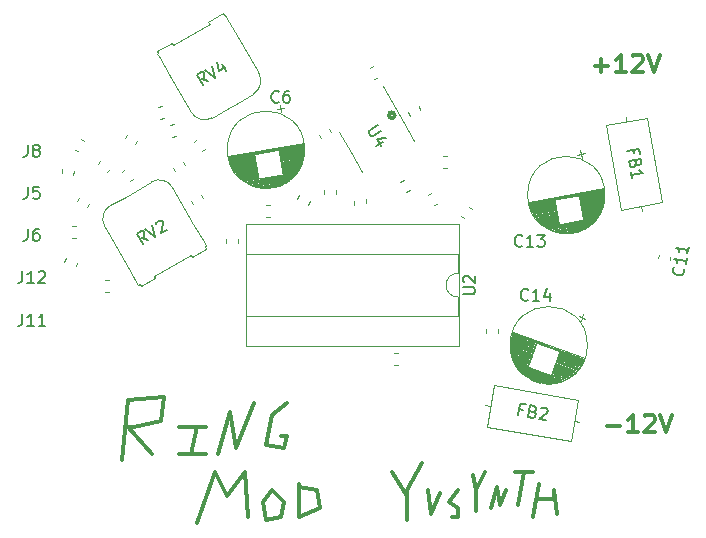
<source format=gbr>
G04 #@! TF.GenerationSoftware,KiCad,Pcbnew,(5.1.2-1)-1*
G04 #@! TF.CreationDate,2021-07-13T12:03:47-04:00*
G04 #@! TF.ProjectId,Ring Modulator - yusynth,52696e67-204d-46f6-9475-6c61746f7220,rev?*
G04 #@! TF.SameCoordinates,Original*
G04 #@! TF.FileFunction,Legend,Top*
G04 #@! TF.FilePolarity,Positive*
%FSLAX46Y46*%
G04 Gerber Fmt 4.6, Leading zero omitted, Abs format (unit mm)*
G04 Created by KiCad (PCBNEW (5.1.2-1)-1) date 2021-07-13 12:03:47*
%MOMM*%
%LPD*%
G04 APERTURE LIST*
%ADD10C,0.320000*%
%ADD11C,0.300000*%
%ADD12C,0.120000*%
%ADD13C,0.150000*%
G04 APERTURE END LIST*
D10*
X47244000Y-22860000D02*
G75*
G03X47244000Y-22860000I-254000J0D01*
G01*
X60706000Y-54610000D02*
X60960000Y-56642000D01*
X60706000Y-55372000D02*
X60706000Y-54610000D01*
X59182000Y-55372000D02*
X60706000Y-55372000D01*
X58928000Y-56896000D02*
X59182000Y-55372000D01*
X59436000Y-54102000D02*
X58928000Y-56896000D01*
X58166000Y-53086000D02*
X57658000Y-55880000D01*
X58928000Y-53086000D02*
X58166000Y-53086000D01*
X57404000Y-53086000D02*
X58928000Y-53086000D01*
X56134000Y-55880000D02*
X56642000Y-54610000D01*
X55880000Y-54356000D02*
X56134000Y-55880000D01*
X55372000Y-56134000D02*
X55880000Y-54356000D01*
X54102000Y-54610000D02*
X54102000Y-56388000D01*
X54102000Y-54610000D02*
X54864000Y-53086000D01*
X53848000Y-53340000D02*
X54102000Y-54610000D01*
X52578000Y-56896000D02*
X52070000Y-56896000D01*
X52578000Y-56134000D02*
X52578000Y-56896000D01*
X51816000Y-55626000D02*
X52578000Y-56134000D01*
X52578000Y-54610000D02*
X51816000Y-55626000D01*
X50292000Y-56642000D02*
X51054000Y-54864000D01*
X50038000Y-54610000D02*
X50292000Y-56642000D01*
X48260000Y-54610000D02*
X49530000Y-52324000D01*
X48260000Y-57150000D02*
X48260000Y-54610000D01*
X48260000Y-55118000D02*
X48260000Y-57150000D01*
X46990000Y-53086000D02*
X48260000Y-55118000D01*
X40640000Y-54610000D02*
X39116000Y-54356000D01*
X40894000Y-56134000D02*
X40640000Y-54610000D01*
X39116000Y-56896000D02*
X40894000Y-56134000D01*
X39116000Y-54102000D02*
X39116000Y-56896000D01*
X37846000Y-55626000D02*
X36830000Y-54610000D01*
X37592000Y-56896000D02*
X37846000Y-55626000D01*
X36322000Y-57150000D02*
X37592000Y-56896000D01*
X36068000Y-55626000D02*
X36322000Y-57150000D01*
X36830000Y-54610000D02*
X36068000Y-55626000D01*
X34544000Y-53086000D02*
X34798000Y-56896000D01*
X33020000Y-55118000D02*
X34544000Y-53086000D01*
X32004000Y-53086000D02*
X33020000Y-55118000D01*
X30480000Y-57404000D02*
X32004000Y-53086000D01*
X38100000Y-50038000D02*
X37592000Y-50038000D01*
X37846000Y-51054000D02*
X38100000Y-50038000D01*
X36322000Y-50800000D02*
X37846000Y-51054000D01*
X36830000Y-48260000D02*
X36322000Y-50800000D01*
X38100000Y-47244000D02*
X36830000Y-48260000D01*
X33782000Y-51054000D02*
X35306000Y-47244000D01*
X33274000Y-48006000D02*
X33782000Y-51054000D01*
X32258000Y-51562000D02*
X33274000Y-48006000D01*
X28956000Y-51562000D02*
X31242000Y-51562000D01*
X29972000Y-51562000D02*
X28956000Y-51562000D01*
X30480000Y-49276000D02*
X29972000Y-51562000D01*
X31242000Y-49276000D02*
X30480000Y-49276000D01*
X28956000Y-49276000D02*
X31242000Y-49276000D01*
X24638000Y-49276000D02*
X26670000Y-51562000D01*
X24892000Y-49276000D02*
X24638000Y-49276000D01*
X25146000Y-49276000D02*
X24892000Y-49276000D01*
X27432000Y-48768000D02*
X25146000Y-49276000D01*
X27686000Y-46736000D02*
X27432000Y-48768000D01*
X24638000Y-46990000D02*
X27686000Y-46736000D01*
X24130000Y-52070000D02*
X24638000Y-46990000D01*
D11*
X64159142Y-18649142D02*
X65302000Y-18649142D01*
X64730571Y-19220571D02*
X64730571Y-18077714D01*
X66802000Y-19220571D02*
X65944857Y-19220571D01*
X66373428Y-19220571D02*
X66373428Y-17720571D01*
X66230571Y-17934857D01*
X66087714Y-18077714D01*
X65944857Y-18149142D01*
X67373428Y-17863428D02*
X67444857Y-17792000D01*
X67587714Y-17720571D01*
X67944857Y-17720571D01*
X68087714Y-17792000D01*
X68159142Y-17863428D01*
X68230571Y-18006285D01*
X68230571Y-18149142D01*
X68159142Y-18363428D01*
X67302000Y-19220571D01*
X68230571Y-19220571D01*
X68659142Y-17720571D02*
X69159142Y-19220571D01*
X69659142Y-17720571D01*
X65175142Y-49129142D02*
X66318000Y-49129142D01*
X67818000Y-49700571D02*
X66960857Y-49700571D01*
X67389428Y-49700571D02*
X67389428Y-48200571D01*
X67246571Y-48414857D01*
X67103714Y-48557714D01*
X66960857Y-48629142D01*
X68389428Y-48343428D02*
X68460857Y-48272000D01*
X68603714Y-48200571D01*
X68960857Y-48200571D01*
X69103714Y-48272000D01*
X69175142Y-48343428D01*
X69246571Y-48486285D01*
X69246571Y-48629142D01*
X69175142Y-48843428D01*
X68318000Y-49700571D01*
X69246571Y-49700571D01*
X69675142Y-48200571D02*
X70175142Y-49700571D01*
X70675142Y-48200571D01*
D12*
X24531717Y-24496029D02*
X24368938Y-24777971D01*
X25415062Y-25006029D02*
X25252283Y-25287971D01*
X47937025Y-23383400D02*
X46212025Y-20395612D01*
X47937025Y-23383400D02*
X48912025Y-25072150D01*
X43502975Y-25943400D02*
X42527975Y-24254650D01*
X43502975Y-25943400D02*
X44477975Y-27632150D01*
X20346917Y-35327468D02*
X20235570Y-35633392D01*
X19388430Y-34978608D02*
X19277083Y-35284532D01*
X19084014Y-27437133D02*
X19027482Y-27757745D01*
X20088518Y-27614255D02*
X20031986Y-27934867D01*
X37904025Y-22256521D02*
X37283596Y-22365920D01*
X37539111Y-22001006D02*
X37648510Y-22621435D01*
X37294547Y-28889365D02*
X36502761Y-29028978D01*
X37515091Y-28809860D02*
X36268325Y-29029699D01*
X37674578Y-28741121D02*
X36094946Y-29019653D01*
X37803535Y-28677765D02*
X35952097Y-29004224D01*
X37913782Y-28617709D02*
X35827959Y-28985496D01*
X38011225Y-28559910D02*
X35716623Y-28964510D01*
X38099806Y-28503674D02*
X35614151Y-28941962D01*
X38179523Y-28449000D02*
X35520542Y-28917850D01*
X38253331Y-28395369D02*
X35432842Y-28892697D01*
X38322216Y-28342606D02*
X35350066Y-28866676D01*
X38386176Y-28290711D02*
X35272214Y-28839786D01*
X38447182Y-28239337D02*
X35197316Y-28812376D01*
X38503263Y-28188831D02*
X35127342Y-28784097D01*
X38557375Y-28138672D02*
X35059338Y-28755471D01*
X38607548Y-28089209D02*
X34995274Y-28726150D01*
X38655752Y-28040092D02*
X34933178Y-28696482D01*
X38701985Y-27991323D02*
X34873053Y-28666467D01*
X38745265Y-27943074D02*
X34815882Y-28635930D01*
X38786574Y-27895173D02*
X34760680Y-28605047D01*
X38826899Y-27847446D02*
X34706464Y-28573990D01*
X38864270Y-27800239D02*
X34655201Y-28542412D01*
X38901640Y-27753033D02*
X34603939Y-28510833D01*
X38936056Y-27706347D02*
X34555631Y-28478734D01*
X38969487Y-27659835D02*
X34508308Y-28446462D01*
X35707752Y-28194350D02*
X34461970Y-28414015D01*
X39001934Y-27613497D02*
X37756152Y-27833162D01*
X35700806Y-28154958D02*
X34417601Y-28381222D01*
X39032410Y-27567506D02*
X37749206Y-27793770D01*
X35693860Y-28115566D02*
X34374217Y-28348254D01*
X39061902Y-27521689D02*
X37742260Y-27754377D01*
X35686914Y-28076173D02*
X34331818Y-28315113D01*
X39090409Y-27476045D02*
X37735314Y-27714985D01*
X35679968Y-28036781D02*
X34291389Y-28281625D01*
X39116947Y-27430749D02*
X37728368Y-27675593D01*
X35673022Y-27997389D02*
X34250960Y-28248137D01*
X39143485Y-27385453D02*
X37721422Y-27636201D01*
X35666076Y-27957996D02*
X34212500Y-28214301D01*
X39168052Y-27340504D02*
X37714476Y-27596808D01*
X35659130Y-27918604D02*
X34174040Y-28180466D01*
X39192620Y-27295554D02*
X37707530Y-27557416D01*
X35652184Y-27879212D02*
X34137550Y-28146283D01*
X39215219Y-27250953D02*
X37700584Y-27518024D01*
X35645238Y-27839819D02*
X34102045Y-28111926D01*
X39236832Y-27206525D02*
X37693638Y-27478631D01*
X35638292Y-27800427D02*
X34066539Y-28077570D01*
X39258446Y-27162096D02*
X37686693Y-27439239D01*
X35631346Y-27761035D02*
X34032019Y-28043040D01*
X39279074Y-27117842D02*
X37679747Y-27399847D01*
X35624401Y-27721643D02*
X33999468Y-28008162D01*
X39297733Y-27073935D02*
X37672801Y-27360454D01*
X35617455Y-27682250D02*
X33966917Y-27973285D01*
X39316393Y-27030028D02*
X37665855Y-27321062D01*
X35610509Y-27642858D02*
X33934366Y-27938407D01*
X39335052Y-26986121D02*
X37658909Y-27281670D01*
X35603563Y-27603466D02*
X33903785Y-27903182D01*
X39351741Y-26942561D02*
X37651963Y-27242277D01*
X35596617Y-27564073D02*
X33873203Y-27867958D01*
X39368431Y-26899001D02*
X37645017Y-27202885D01*
X35589671Y-27524681D02*
X33844592Y-27832386D01*
X39383150Y-26855788D02*
X37638071Y-27163493D01*
X35582725Y-27485289D02*
X33815980Y-27796814D01*
X39397870Y-26812576D02*
X37631125Y-27124100D01*
X35575779Y-27445896D02*
X33787368Y-27761241D01*
X39412590Y-26769363D02*
X37624179Y-27084708D01*
X35568833Y-27406504D02*
X33760726Y-27725322D01*
X39425340Y-26726498D02*
X37617233Y-27045316D01*
X35561887Y-27367112D02*
X33734084Y-27689403D01*
X39438090Y-26683633D02*
X37610287Y-27005924D01*
X35554941Y-27327719D02*
X33707442Y-27653483D01*
X39450841Y-26640767D02*
X37603341Y-26966531D01*
X35547995Y-27288327D02*
X33682769Y-27617217D01*
X39461621Y-26598249D02*
X37596395Y-26927139D01*
X35541049Y-27248935D02*
X33658097Y-27580950D01*
X39472402Y-26555731D02*
X37589450Y-26887747D01*
X35534103Y-27209543D02*
X33633425Y-27544684D01*
X39483183Y-26513213D02*
X37582504Y-26848354D01*
X35527158Y-27170150D02*
X33610722Y-27508070D01*
X39491994Y-26471043D02*
X37575558Y-26808962D01*
X35520212Y-27130758D02*
X33588019Y-27471456D01*
X39500805Y-26428872D02*
X37568612Y-26769570D01*
X35513266Y-27091366D02*
X33565316Y-27434842D01*
X39509616Y-26386701D02*
X37561666Y-26730177D01*
X35506320Y-27051973D02*
X33543598Y-27398054D01*
X39517442Y-26344704D02*
X37554720Y-26690785D01*
X35499374Y-27012581D02*
X33522865Y-27361093D01*
X39524283Y-26302881D02*
X37547774Y-26651393D01*
X35492428Y-26973189D02*
X33502131Y-27324132D01*
X39531125Y-26261057D02*
X37540828Y-26612000D01*
X35485482Y-26933796D02*
X33482383Y-27286997D01*
X39536981Y-26219408D02*
X37533882Y-26572608D01*
X35478536Y-26894404D02*
X33463619Y-27249688D01*
X39541853Y-26177932D02*
X37526936Y-26533216D01*
X35471590Y-26855012D02*
X33444856Y-27212380D01*
X39546725Y-26136456D02*
X37519990Y-26493824D01*
X35464644Y-26815619D02*
X33426092Y-27175071D01*
X39551596Y-26094979D02*
X37513044Y-26454431D01*
X35457698Y-26776227D02*
X33408313Y-27137589D01*
X39555483Y-26053677D02*
X37506098Y-26415039D01*
X35450752Y-26736835D02*
X33391519Y-27099933D01*
X39558385Y-26012548D02*
X37499152Y-26375647D01*
X35443806Y-26697442D02*
X33374725Y-27062277D01*
X39561288Y-25971419D02*
X37492207Y-26336254D01*
X35436860Y-26658050D02*
X33358916Y-27024448D01*
X39563205Y-25930464D02*
X37485261Y-26296862D01*
X35429741Y-26617673D02*
X33342933Y-26985634D01*
X39564949Y-25888524D02*
X37478141Y-26256485D01*
X35422795Y-26578281D02*
X33328109Y-26947630D01*
X39565881Y-25847743D02*
X37471195Y-26217093D01*
X35415849Y-26538888D02*
X33313285Y-26909627D01*
X39566814Y-25806961D02*
X37464249Y-26177700D01*
X35408903Y-26499496D02*
X33299445Y-26871451D01*
X39566761Y-25766354D02*
X37457303Y-26138308D01*
X35401957Y-26460104D02*
X33285605Y-26833274D01*
X39566709Y-25725746D02*
X37450357Y-26098916D01*
X35395011Y-26420712D02*
X33272751Y-26794923D01*
X39565672Y-25685311D02*
X37443411Y-26059523D01*
X35388065Y-26381319D02*
X33259896Y-26756573D01*
X39564635Y-25644877D02*
X37436465Y-26020131D01*
X35381119Y-26341927D02*
X33248026Y-26718049D01*
X39562613Y-25604617D02*
X37429520Y-25980739D01*
X35374174Y-26302535D02*
X33236156Y-26679525D01*
X39560591Y-25564356D02*
X37422574Y-25941346D01*
X35367228Y-26263142D02*
X33225271Y-26640827D01*
X39557585Y-25524269D02*
X37415628Y-25901954D01*
X35360282Y-26223750D02*
X33215370Y-26601956D01*
X39553593Y-25484356D02*
X37408682Y-25862562D01*
X35353336Y-26184358D02*
X33204485Y-26563258D01*
X39550586Y-25444269D02*
X37401736Y-25823169D01*
X39545610Y-25404530D02*
X33195570Y-26524213D01*
X39541619Y-25364616D02*
X33185669Y-26485342D01*
X39535657Y-25325050D02*
X33177739Y-26446123D01*
X39530681Y-25285311D02*
X33168823Y-26407078D01*
X39523735Y-25245918D02*
X33161877Y-26367686D01*
X39516789Y-25206526D02*
X33154931Y-26328293D01*
X39605860Y-25767410D02*
G75*
G03X39605860Y-25767410I-3270000J0D01*
G01*
X53111474Y-31584915D02*
X52862082Y-31375650D01*
X53767118Y-30803550D02*
X53517726Y-30594285D01*
X63329425Y-26091921D02*
X62708996Y-26201320D01*
X62964511Y-25836406D02*
X63073910Y-26456835D01*
X62719947Y-32724765D02*
X61928161Y-32864378D01*
X62940491Y-32645260D02*
X61693725Y-32865099D01*
X63099978Y-32576521D02*
X61520346Y-32855053D01*
X63228935Y-32513165D02*
X61377497Y-32839624D01*
X63339182Y-32453109D02*
X61253359Y-32820896D01*
X63436625Y-32395310D02*
X61142023Y-32799910D01*
X63525206Y-32339074D02*
X61039551Y-32777362D01*
X63604923Y-32284400D02*
X60945942Y-32753250D01*
X63678731Y-32230769D02*
X60858242Y-32728097D01*
X63747616Y-32178006D02*
X60775466Y-32702076D01*
X63811576Y-32126111D02*
X60697614Y-32675186D01*
X63872582Y-32074737D02*
X60622716Y-32647776D01*
X63928663Y-32024231D02*
X60552742Y-32619497D01*
X63982775Y-31974072D02*
X60484738Y-32590871D01*
X64032948Y-31924609D02*
X60420674Y-32561550D01*
X64081152Y-31875492D02*
X60358578Y-32531882D01*
X64127385Y-31826723D02*
X60298453Y-32501867D01*
X64170665Y-31778474D02*
X60241282Y-32471330D01*
X64211974Y-31730573D02*
X60186080Y-32440447D01*
X64252299Y-31682846D02*
X60131864Y-32409390D01*
X64289670Y-31635639D02*
X60080601Y-32377812D01*
X64327040Y-31588433D02*
X60029339Y-32346233D01*
X64361456Y-31541747D02*
X59981031Y-32314134D01*
X64394887Y-31495235D02*
X59933708Y-32281862D01*
X61133152Y-32029750D02*
X59887370Y-32249415D01*
X64427334Y-31448897D02*
X63181552Y-31668562D01*
X61126206Y-31990358D02*
X59843001Y-32216622D01*
X64457810Y-31402906D02*
X63174606Y-31629170D01*
X61119260Y-31950966D02*
X59799617Y-32183654D01*
X64487302Y-31357089D02*
X63167660Y-31589777D01*
X61112314Y-31911573D02*
X59757218Y-32150513D01*
X64515809Y-31311445D02*
X63160714Y-31550385D01*
X61105368Y-31872181D02*
X59716789Y-32117025D01*
X64542347Y-31266149D02*
X63153768Y-31510993D01*
X61098422Y-31832789D02*
X59676360Y-32083537D01*
X64568885Y-31220853D02*
X63146822Y-31471601D01*
X61091476Y-31793396D02*
X59637900Y-32049701D01*
X64593452Y-31175904D02*
X63139876Y-31432208D01*
X61084530Y-31754004D02*
X59599440Y-32015866D01*
X64618020Y-31130954D02*
X63132930Y-31392816D01*
X61077584Y-31714612D02*
X59562950Y-31981683D01*
X64640619Y-31086353D02*
X63125984Y-31353424D01*
X61070638Y-31675219D02*
X59527445Y-31947326D01*
X64662232Y-31041925D02*
X63119038Y-31314031D01*
X61063692Y-31635827D02*
X59491939Y-31912970D01*
X64683846Y-30997496D02*
X63112093Y-31274639D01*
X61056746Y-31596435D02*
X59457419Y-31878440D01*
X64704474Y-30953242D02*
X63105147Y-31235247D01*
X61049801Y-31557043D02*
X59424868Y-31843562D01*
X64723133Y-30909335D02*
X63098201Y-31195854D01*
X61042855Y-31517650D02*
X59392317Y-31808685D01*
X64741793Y-30865428D02*
X63091255Y-31156462D01*
X61035909Y-31478258D02*
X59359766Y-31773807D01*
X64760452Y-30821521D02*
X63084309Y-31117070D01*
X61028963Y-31438866D02*
X59329185Y-31738582D01*
X64777141Y-30777961D02*
X63077363Y-31077677D01*
X61022017Y-31399473D02*
X59298603Y-31703358D01*
X64793831Y-30734401D02*
X63070417Y-31038285D01*
X61015071Y-31360081D02*
X59269992Y-31667786D01*
X64808550Y-30691188D02*
X63063471Y-30998893D01*
X61008125Y-31320689D02*
X59241380Y-31632214D01*
X64823270Y-30647976D02*
X63056525Y-30959500D01*
X61001179Y-31281296D02*
X59212768Y-31596641D01*
X64837990Y-30604763D02*
X63049579Y-30920108D01*
X60994233Y-31241904D02*
X59186126Y-31560722D01*
X64850740Y-30561898D02*
X63042633Y-30880716D01*
X60987287Y-31202512D02*
X59159484Y-31524803D01*
X64863490Y-30519033D02*
X63035687Y-30841324D01*
X60980341Y-31163119D02*
X59132842Y-31488883D01*
X64876241Y-30476167D02*
X63028741Y-30801931D01*
X60973395Y-31123727D02*
X59108169Y-31452617D01*
X64887021Y-30433649D02*
X63021795Y-30762539D01*
X60966449Y-31084335D02*
X59083497Y-31416350D01*
X64897802Y-30391131D02*
X63014850Y-30723147D01*
X60959503Y-31044943D02*
X59058825Y-31380084D01*
X64908583Y-30348613D02*
X63007904Y-30683754D01*
X60952558Y-31005550D02*
X59036122Y-31343470D01*
X64917394Y-30306443D02*
X63000958Y-30644362D01*
X60945612Y-30966158D02*
X59013419Y-31306856D01*
X64926205Y-30264272D02*
X62994012Y-30604970D01*
X60938666Y-30926766D02*
X58990716Y-31270242D01*
X64935016Y-30222101D02*
X62987066Y-30565577D01*
X60931720Y-30887373D02*
X58968998Y-31233454D01*
X64942842Y-30180104D02*
X62980120Y-30526185D01*
X60924774Y-30847981D02*
X58948265Y-31196493D01*
X64949683Y-30138281D02*
X62973174Y-30486793D01*
X60917828Y-30808589D02*
X58927531Y-31159532D01*
X64956525Y-30096457D02*
X62966228Y-30447400D01*
X60910882Y-30769196D02*
X58907783Y-31122397D01*
X64962381Y-30054808D02*
X62959282Y-30408008D01*
X60903936Y-30729804D02*
X58889019Y-31085088D01*
X64967253Y-30013332D02*
X62952336Y-30368616D01*
X60896990Y-30690412D02*
X58870256Y-31047780D01*
X64972125Y-29971856D02*
X62945390Y-30329224D01*
X60890044Y-30651019D02*
X58851492Y-31010471D01*
X64976996Y-29930379D02*
X62938444Y-30289831D01*
X60883098Y-30611627D02*
X58833713Y-30972989D01*
X64980883Y-29889077D02*
X62931498Y-30250439D01*
X60876152Y-30572235D02*
X58816919Y-30935333D01*
X64983785Y-29847948D02*
X62924552Y-30211047D01*
X60869206Y-30532842D02*
X58800125Y-30897677D01*
X64986688Y-29806819D02*
X62917607Y-30171654D01*
X60862260Y-30493450D02*
X58784316Y-30859848D01*
X64988605Y-29765864D02*
X62910661Y-30132262D01*
X60855141Y-30453073D02*
X58768333Y-30821034D01*
X64990349Y-29723924D02*
X62903541Y-30091885D01*
X60848195Y-30413681D02*
X58753509Y-30783030D01*
X64991281Y-29683143D02*
X62896595Y-30052493D01*
X60841249Y-30374288D02*
X58738685Y-30745027D01*
X64992214Y-29642361D02*
X62889649Y-30013100D01*
X60834303Y-30334896D02*
X58724845Y-30706851D01*
X64992161Y-29601754D02*
X62882703Y-29973708D01*
X60827357Y-30295504D02*
X58711005Y-30668674D01*
X64992109Y-29561146D02*
X62875757Y-29934316D01*
X60820411Y-30256112D02*
X58698151Y-30630323D01*
X64991072Y-29520711D02*
X62868811Y-29894923D01*
X60813465Y-30216719D02*
X58685296Y-30591973D01*
X64990035Y-29480277D02*
X62861865Y-29855531D01*
X60806519Y-30177327D02*
X58673426Y-30553449D01*
X64988013Y-29440017D02*
X62854920Y-29816139D01*
X60799574Y-30137935D02*
X58661556Y-30514925D01*
X64985991Y-29399756D02*
X62847974Y-29776746D01*
X60792628Y-30098542D02*
X58650671Y-30476227D01*
X64982985Y-29359669D02*
X62841028Y-29737354D01*
X60785682Y-30059150D02*
X58640770Y-30437356D01*
X64978993Y-29319756D02*
X62834082Y-29697962D01*
X60778736Y-30019758D02*
X58629885Y-30398658D01*
X64975986Y-29279669D02*
X62827136Y-29658569D01*
X64971010Y-29239930D02*
X58620970Y-30359613D01*
X64967019Y-29200016D02*
X58611069Y-30320742D01*
X64961057Y-29160450D02*
X58603139Y-30281523D01*
X64956081Y-29120711D02*
X58594223Y-30242478D01*
X64949135Y-29081318D02*
X58587277Y-30203086D01*
X64942189Y-29041926D02*
X58580331Y-30163693D01*
X65031260Y-29602810D02*
G75*
G03X65031260Y-29602810I-3270000J0D01*
G01*
X63548475Y-42322616D02*
G75*
G03X63548475Y-42322616I-3270000J0D01*
G01*
X63313682Y-43427341D02*
X57243268Y-41217891D01*
X63300001Y-43464929D02*
X57229587Y-41255478D01*
X63286320Y-43502516D02*
X57215906Y-41293066D01*
X63270760Y-43539420D02*
X57204105Y-41331338D01*
X63256140Y-43576666D02*
X57191364Y-41369268D01*
X63239640Y-43613227D02*
X57180502Y-41407881D01*
X63224080Y-43650131D02*
X61173670Y-42903843D01*
X59219110Y-42192441D02*
X57168700Y-41446153D01*
X63206640Y-43686351D02*
X61159990Y-42941431D01*
X59205429Y-42230029D02*
X57158778Y-41485109D01*
X63190140Y-43722912D02*
X61146309Y-42979018D01*
X59191748Y-42267616D02*
X57147917Y-41523723D01*
X63172701Y-43759132D02*
X61132628Y-43016606D01*
X59178067Y-42305204D02*
X57137995Y-41562678D01*
X63154321Y-43795009D02*
X61118947Y-43054194D01*
X59164386Y-42342792D02*
X57129012Y-41601976D01*
X63135942Y-43830887D02*
X61105266Y-43091781D01*
X59150706Y-42380380D02*
X57120030Y-41641274D01*
X63116623Y-43866423D02*
X61091585Y-43129369D01*
X59137025Y-42417967D02*
X57111987Y-41680914D01*
X63097304Y-43901958D02*
X61077905Y-43166957D01*
X59123344Y-42455555D02*
X57103945Y-41720554D01*
X63077045Y-43937152D02*
X61064224Y-43204545D01*
X59109663Y-42493143D02*
X57096842Y-41760536D01*
X63056787Y-43972345D02*
X61050543Y-43242132D01*
X59095982Y-42530730D02*
X57089739Y-41800517D01*
X63035588Y-44007197D02*
X61036862Y-43279720D01*
X59082302Y-42568318D02*
X57083575Y-41840841D01*
X63014390Y-44042048D02*
X61023181Y-43317308D01*
X59068621Y-42605906D02*
X57077412Y-41881165D01*
X62991910Y-44077498D02*
X61009159Y-43355835D01*
X59054598Y-42644433D02*
X57071847Y-41922771D01*
X62969772Y-44112007D02*
X60995478Y-43393423D01*
X59040917Y-42682021D02*
X57066623Y-41963437D01*
X62946694Y-44146175D02*
X60981797Y-43431011D01*
X59027236Y-42719609D02*
X57062339Y-42004444D01*
X62923617Y-44180342D02*
X60968116Y-43468598D01*
X59013556Y-42757196D02*
X57058055Y-42045452D01*
X62899599Y-44214168D02*
X60954435Y-43506186D01*
X58999875Y-42794784D02*
X57054711Y-42086802D01*
X62874642Y-44247651D02*
X60940755Y-43543774D01*
X58986194Y-42832372D02*
X57052307Y-42128494D01*
X62849685Y-44281135D02*
X60927074Y-43581361D01*
X58972513Y-42869959D02*
X57049902Y-42170186D01*
X62824728Y-44314618D02*
X60913393Y-43618949D01*
X58958832Y-42907547D02*
X57047498Y-42211878D01*
X62798831Y-44347759D02*
X60899712Y-43656537D01*
X58945152Y-42945135D02*
X57046033Y-42253912D01*
X62771994Y-44380559D02*
X60886031Y-43694124D01*
X58931471Y-42982723D02*
X57045508Y-42296288D01*
X62745158Y-44413358D02*
X60872351Y-43731712D01*
X58917790Y-43020310D02*
X57044983Y-42338664D01*
X62717382Y-44445816D02*
X60858670Y-43769300D01*
X58904109Y-43057898D02*
X57045397Y-42381382D01*
X62688666Y-44477931D02*
X60844989Y-43806888D01*
X58890428Y-43095486D02*
X57046751Y-42424442D01*
X62659950Y-44510046D02*
X60831308Y-43844475D01*
X58876747Y-43133073D02*
X57048106Y-42467502D01*
X62631234Y-44542162D02*
X60817627Y-43882063D01*
X58863067Y-43170661D02*
X57049460Y-42510562D01*
X62600639Y-44573593D02*
X60803947Y-43919651D01*
X58849386Y-43208249D02*
X57052694Y-42554306D01*
X62570044Y-44605025D02*
X60790266Y-43957238D01*
X58835705Y-43245836D02*
X57055927Y-42598050D01*
X62539448Y-44636456D02*
X60776585Y-43994826D01*
X58822024Y-43283424D02*
X57059161Y-42641794D01*
X62506974Y-44667203D02*
X60762904Y-44032414D01*
X58808343Y-43321012D02*
X57064274Y-42686223D01*
X62474499Y-44697950D02*
X60749223Y-44070001D01*
X58794663Y-43358600D02*
X57069387Y-42730651D01*
X62442024Y-44728698D02*
X60735543Y-44107589D01*
X58780982Y-43396187D02*
X57074500Y-42775079D01*
X62407670Y-44758761D02*
X60721862Y-44145177D01*
X58767301Y-43433775D02*
X57081492Y-42820191D01*
X62373316Y-44788824D02*
X60708181Y-44182765D01*
X58753620Y-43471363D02*
X57088485Y-42865303D01*
X62338962Y-44818888D02*
X60694500Y-44220352D01*
X58739939Y-43508950D02*
X57095477Y-42910415D01*
X62302729Y-44848267D02*
X60680819Y-44257940D01*
X58726259Y-43546538D02*
X57104349Y-42956211D01*
X62266495Y-44877646D02*
X60667138Y-44295528D01*
X58712578Y-43584126D02*
X57113221Y-43002008D01*
X62228383Y-44906341D02*
X60653458Y-44333115D01*
X58698897Y-43621714D02*
X57123972Y-43048488D01*
X62190270Y-44935036D02*
X60639777Y-44370703D01*
X58685216Y-43659301D02*
X57134723Y-43094968D01*
X62152157Y-44963732D02*
X60626096Y-44408291D01*
X58671535Y-43696889D02*
X57145475Y-43141448D01*
X62112165Y-44991743D02*
X60612415Y-44445879D01*
X58657855Y-43734477D02*
X57158105Y-43188612D01*
X62071233Y-45019412D02*
X60598734Y-44483466D01*
X58644174Y-43772064D02*
X57171675Y-43236119D01*
X62030301Y-45047081D02*
X60585054Y-44521054D01*
X58630493Y-43809652D02*
X57185246Y-43283625D01*
X61988429Y-45074408D02*
X60571373Y-44558642D01*
X58616812Y-43847240D02*
X57199756Y-43331473D01*
X61944678Y-45101051D02*
X60557692Y-44596229D01*
X58603131Y-43884827D02*
X57216145Y-43380006D01*
X61900927Y-45127694D02*
X60544011Y-44633817D01*
X58589451Y-43922415D02*
X57232534Y-43428538D01*
X61855297Y-45153653D02*
X60530330Y-44671405D01*
X58575770Y-43960003D02*
X57250803Y-43477754D01*
X61809667Y-45179612D02*
X60516650Y-44708992D01*
X58562089Y-43997591D02*
X57269072Y-43526971D01*
X61762157Y-45204887D02*
X60502969Y-44746580D01*
X58548408Y-44035178D02*
X57289220Y-43576871D01*
X61713707Y-45229820D02*
X60489288Y-44784168D01*
X58534727Y-44072766D02*
X57310308Y-43627114D01*
X61664318Y-45254411D02*
X60475607Y-44821756D01*
X58521047Y-44110354D02*
X57332335Y-43677698D01*
X61613050Y-45278318D02*
X57356242Y-43728967D01*
X61560842Y-45301883D02*
X57381089Y-43780577D01*
X61507694Y-45325106D02*
X57406875Y-43832530D01*
X61451727Y-45347303D02*
X57435481Y-43885508D01*
X61395760Y-45369499D02*
X57464086Y-43938487D01*
X61336974Y-45390670D02*
X57495510Y-43992492D01*
X61277248Y-45411499D02*
X57527874Y-44046838D01*
X61215643Y-45431643D02*
X57562118Y-44101869D01*
X61151219Y-45450762D02*
X57599181Y-44157926D01*
X61084915Y-45469197D02*
X57638123Y-44214667D01*
X61016732Y-45486947D02*
X57678944Y-44272092D01*
X60944790Y-45503330D02*
X57723524Y-44330885D01*
X60870969Y-45519028D02*
X57769984Y-44390362D01*
X60792450Y-45533016D02*
X57821142Y-44451549D01*
X60711111Y-45545979D02*
X57875119Y-44513762D01*
X60625074Y-45557231D02*
X57933794Y-44577685D01*
X60534338Y-45566773D02*
X57997168Y-44643318D01*
X60437964Y-45574263D02*
X58066180Y-44711004D01*
X60333133Y-45578675D02*
X58143650Y-44781768D01*
X60219845Y-45580008D02*
X58229576Y-44855609D01*
X60094341Y-45576895D02*
X58327719Y-44933898D01*
X59950983Y-45567284D02*
X58443716Y-45018684D01*
X59778494Y-45547071D02*
X58588843Y-45114073D01*
X59547744Y-45505652D02*
X58792231Y-45230667D01*
X63203722Y-39662440D02*
X62988250Y-40254447D01*
X63391989Y-40066180D02*
X62799983Y-39850707D01*
X68182471Y-30952447D02*
X68109539Y-30538827D01*
X66779394Y-22995200D02*
X66852326Y-23408819D01*
X69852649Y-30231470D02*
X68595436Y-23101462D01*
X66366429Y-30846185D02*
X69852649Y-30231470D01*
X65109217Y-23716177D02*
X66366429Y-30846185D01*
X68595436Y-23101462D02*
X65109217Y-23716177D01*
X55643977Y-45729017D02*
X55029262Y-49215236D01*
X55029262Y-49215236D02*
X62159270Y-50472449D01*
X62159270Y-50472449D02*
X62773985Y-46986229D01*
X62773985Y-46986229D02*
X55643977Y-45729017D01*
X54923000Y-47399194D02*
X55336619Y-47472126D01*
X62880247Y-48802271D02*
X62466627Y-48729339D01*
X20459971Y-25923062D02*
X20178029Y-25760283D01*
X20969971Y-25039717D02*
X20688029Y-24876938D01*
X20228779Y-32256000D02*
X19903221Y-32256000D01*
X20228779Y-33276000D02*
X19903221Y-33276000D01*
X30281482Y-25113950D02*
X30530874Y-24904685D01*
X30937126Y-25895315D02*
X31186518Y-25686050D01*
X20467717Y-29830029D02*
X20304938Y-30111971D01*
X21351062Y-30340029D02*
X21188283Y-30621971D01*
X28376255Y-24660518D02*
X28696867Y-24603986D01*
X28199133Y-23656014D02*
X28519745Y-23599482D01*
X22697221Y-36828000D02*
X23022779Y-36828000D01*
X22697221Y-37848000D02*
X23022779Y-37848000D01*
X24434874Y-27444685D02*
X24185482Y-27653950D01*
X25090518Y-28226050D02*
X24841126Y-28435315D01*
X22892050Y-27630518D02*
X23101315Y-27381126D01*
X22110685Y-26974874D02*
X22319950Y-26725482D01*
X29956938Y-30086029D02*
X30119717Y-30367971D01*
X30840283Y-29576029D02*
X31003062Y-29857971D01*
X27183133Y-22132014D02*
X27503745Y-22075482D01*
X27360255Y-23136518D02*
X27680867Y-23079986D01*
X29316283Y-26782029D02*
X29479062Y-27063971D01*
X28432938Y-27292029D02*
X28595717Y-27573971D01*
X36337121Y-30452600D02*
X36662679Y-30452600D01*
X36337121Y-31472600D02*
X36662679Y-31472600D01*
X41247600Y-29499679D02*
X41247600Y-29174121D01*
X42267600Y-29499679D02*
X42267600Y-29174121D01*
X32967200Y-33365221D02*
X32967200Y-33690779D01*
X33987200Y-33365221D02*
X33987200Y-33690779D01*
X40045462Y-30136829D02*
X39882683Y-30418771D01*
X39162117Y-29626829D02*
X38999338Y-29908771D01*
X47508379Y-43000200D02*
X47182821Y-43000200D01*
X47508379Y-44020200D02*
X47182821Y-44020200D01*
X43767082Y-30128855D02*
X43823614Y-30449467D01*
X44771586Y-29951733D02*
X44828118Y-30272345D01*
X45767992Y-19676770D02*
X45462068Y-19788117D01*
X45419132Y-18718283D02*
X45113208Y-18829630D01*
X49418062Y-22390371D02*
X49255283Y-22108429D01*
X48534717Y-22900371D02*
X48371938Y-22618429D01*
X48503571Y-29214683D02*
X48221629Y-29377462D01*
X47993571Y-28331338D02*
X47711629Y-28494117D01*
X50304971Y-29448938D02*
X50023029Y-29611717D01*
X50814971Y-30332283D02*
X50533029Y-30495062D01*
X25545392Y-37226891D02*
X25200392Y-36629333D01*
X25631995Y-37176891D02*
X25545392Y-37226891D01*
X31278481Y-33916891D02*
X31153481Y-33700384D01*
X31191878Y-33966891D02*
X31278481Y-33916891D01*
X31291878Y-34140096D02*
X31191878Y-33966891D01*
X29962122Y-34676891D02*
X30062122Y-34850096D01*
X22690392Y-32281886D02*
G75*
G02X23169886Y-30492392I1134494J655000D01*
G01*
X26633987Y-28492392D02*
G75*
G02X28423481Y-28971886I655000J-1134494D01*
G01*
X23169886Y-30492392D02*
X24460264Y-29747392D01*
X24680392Y-35728667D02*
X22690392Y-32281886D01*
X28423481Y-28971886D02*
X30193481Y-32037616D01*
X25343609Y-29237392D02*
X26633987Y-28492392D01*
X25731995Y-37350096D02*
X25631995Y-37176891D01*
X26961751Y-36640096D02*
X25731995Y-37350096D01*
X26861751Y-36466891D02*
X26961751Y-36640096D01*
X29962122Y-34676891D02*
X26861751Y-36466891D01*
X31291878Y-34140096D02*
X30062122Y-34850096D01*
X25200392Y-36629333D02*
X24680392Y-35728667D01*
X31153481Y-33700384D02*
X30193481Y-32037616D01*
X24460264Y-29747392D02*
X25343609Y-29237392D01*
X33959736Y-21814608D02*
X33076391Y-22324608D01*
X27266519Y-17861616D02*
X28226519Y-19524384D01*
X33219608Y-14932667D02*
X33739608Y-15833333D01*
X27128122Y-17421904D02*
X28357878Y-16711904D01*
X28457878Y-16885109D02*
X31558249Y-15095109D01*
X31558249Y-15095109D02*
X31458249Y-14921904D01*
X31458249Y-14921904D02*
X32688005Y-14211904D01*
X32688005Y-14211904D02*
X32788005Y-14385109D01*
X33076391Y-22324608D02*
X31786013Y-23069608D01*
X29996519Y-22590114D02*
X28226519Y-19524384D01*
X33739608Y-15833333D02*
X35729608Y-19280114D01*
X35250114Y-21069608D02*
X33959736Y-21814608D01*
X31786013Y-23069608D02*
G75*
G02X29996519Y-22590114I-655000J1134494D01*
G01*
X35729608Y-19280114D02*
G75*
G02X35250114Y-21069608I-1134494J-655000D01*
G01*
X28457878Y-16885109D02*
X28357878Y-16711904D01*
X27128122Y-17421904D02*
X27228122Y-17595109D01*
X27228122Y-17595109D02*
X27141519Y-17645109D01*
X27141519Y-17645109D02*
X27266519Y-17861616D01*
X32788005Y-14385109D02*
X32874608Y-14335109D01*
X32874608Y-14335109D02*
X33219608Y-14932667D01*
X52647200Y-42376400D02*
X52647200Y-32096400D01*
X34627200Y-42376400D02*
X52647200Y-42376400D01*
X34627200Y-32096400D02*
X34627200Y-42376400D01*
X52647200Y-32096400D02*
X34627200Y-32096400D01*
X52587200Y-39886400D02*
X52587200Y-38236400D01*
X34687200Y-39886400D02*
X52587200Y-39886400D01*
X34687200Y-34586400D02*
X34687200Y-39886400D01*
X52587200Y-34586400D02*
X34687200Y-34586400D01*
X52587200Y-36236400D02*
X52587200Y-34586400D01*
X52587200Y-38236400D02*
G75*
G02X52587200Y-36236400I0J1000000D01*
G01*
X51348421Y-26287000D02*
X51673979Y-26287000D01*
X51348421Y-27307000D02*
X51673979Y-27307000D01*
X40828138Y-24498029D02*
X40990917Y-24779971D01*
X41711483Y-23988029D02*
X41874262Y-24269971D01*
X69579214Y-34650733D02*
X69522682Y-34971345D01*
X70583718Y-34827855D02*
X70527186Y-35148467D01*
X55983600Y-40934421D02*
X55983600Y-41259979D01*
X54963600Y-40934421D02*
X54963600Y-41259979D01*
D13*
X45813299Y-23704361D02*
X45112231Y-24109123D01*
X45053562Y-24197981D01*
X45036132Y-24263030D01*
X45042512Y-24369318D01*
X45137750Y-24534276D01*
X45226608Y-24592945D01*
X45291657Y-24610374D01*
X45397945Y-24603995D01*
X46099013Y-24199233D01*
X46262719Y-25149446D02*
X45685369Y-25482780D01*
X46473586Y-24752774D02*
X45735949Y-24903720D01*
X46045473Y-25439831D01*
X37425333Y-21693142D02*
X37377714Y-21740761D01*
X37234857Y-21788380D01*
X37139619Y-21788380D01*
X36996761Y-21740761D01*
X36901523Y-21645523D01*
X36853904Y-21550285D01*
X36806285Y-21359809D01*
X36806285Y-21216952D01*
X36853904Y-21026476D01*
X36901523Y-20931238D01*
X36996761Y-20836000D01*
X37139619Y-20788380D01*
X37234857Y-20788380D01*
X37377714Y-20836000D01*
X37425333Y-20883619D01*
X38282476Y-20788380D02*
X38092000Y-20788380D01*
X37996761Y-20836000D01*
X37949142Y-20883619D01*
X37853904Y-21026476D01*
X37806285Y-21216952D01*
X37806285Y-21597904D01*
X37853904Y-21693142D01*
X37901523Y-21740761D01*
X37996761Y-21788380D01*
X38187238Y-21788380D01*
X38282476Y-21740761D01*
X38330095Y-21693142D01*
X38377714Y-21597904D01*
X38377714Y-21359809D01*
X38330095Y-21264571D01*
X38282476Y-21216952D01*
X38187238Y-21169333D01*
X37996761Y-21169333D01*
X37901523Y-21216952D01*
X37853904Y-21264571D01*
X37806285Y-21359809D01*
X58031142Y-33885142D02*
X57983523Y-33932761D01*
X57840666Y-33980380D01*
X57745428Y-33980380D01*
X57602571Y-33932761D01*
X57507333Y-33837523D01*
X57459714Y-33742285D01*
X57412095Y-33551809D01*
X57412095Y-33408952D01*
X57459714Y-33218476D01*
X57507333Y-33123238D01*
X57602571Y-33028000D01*
X57745428Y-32980380D01*
X57840666Y-32980380D01*
X57983523Y-33028000D01*
X58031142Y-33075619D01*
X58983523Y-33980380D02*
X58412095Y-33980380D01*
X58697809Y-33980380D02*
X58697809Y-32980380D01*
X58602571Y-33123238D01*
X58507333Y-33218476D01*
X58412095Y-33266095D01*
X59316857Y-32980380D02*
X59935904Y-32980380D01*
X59602571Y-33361333D01*
X59745428Y-33361333D01*
X59840666Y-33408952D01*
X59888285Y-33456571D01*
X59935904Y-33551809D01*
X59935904Y-33789904D01*
X59888285Y-33885142D01*
X59840666Y-33932761D01*
X59745428Y-33980380D01*
X59459714Y-33980380D01*
X59364476Y-33932761D01*
X59316857Y-33885142D01*
X58539142Y-38457142D02*
X58491523Y-38504761D01*
X58348666Y-38552380D01*
X58253428Y-38552380D01*
X58110571Y-38504761D01*
X58015333Y-38409523D01*
X57967714Y-38314285D01*
X57920095Y-38123809D01*
X57920095Y-37980952D01*
X57967714Y-37790476D01*
X58015333Y-37695238D01*
X58110571Y-37600000D01*
X58253428Y-37552380D01*
X58348666Y-37552380D01*
X58491523Y-37600000D01*
X58539142Y-37647619D01*
X59491523Y-38552380D02*
X58920095Y-38552380D01*
X59205809Y-38552380D02*
X59205809Y-37552380D01*
X59110571Y-37695238D01*
X59015333Y-37790476D01*
X58920095Y-37838095D01*
X60348666Y-37885714D02*
X60348666Y-38552380D01*
X60110571Y-37504761D02*
X59872476Y-38219047D01*
X60491523Y-38219047D01*
X67489636Y-26090923D02*
X67431753Y-25762654D01*
X66915902Y-25853612D02*
X67900709Y-25679964D01*
X67983399Y-26148920D01*
X67638477Y-26935044D02*
X67616389Y-27084000D01*
X67577762Y-27139164D01*
X67492240Y-27202598D01*
X67351553Y-27227405D01*
X67249493Y-27197047D01*
X67194328Y-27158420D01*
X67130895Y-27072898D01*
X67064743Y-26697733D01*
X68049551Y-26524085D01*
X68107433Y-26852354D01*
X68077076Y-26954414D01*
X68038449Y-27009579D01*
X67952927Y-27073013D01*
X67859136Y-27089550D01*
X67757075Y-27059193D01*
X67701911Y-27020566D01*
X67638477Y-26935044D01*
X67580595Y-26606775D01*
X67329350Y-28198393D02*
X67230122Y-27635645D01*
X67279736Y-27917019D02*
X68264544Y-27743371D01*
X68107319Y-27674386D01*
X67996990Y-27597133D01*
X67933556Y-27511611D01*
X58119730Y-47790949D02*
X57791461Y-47733067D01*
X57700502Y-48248918D02*
X57874150Y-47264110D01*
X58343106Y-47346800D01*
X58963851Y-47939791D02*
X59096269Y-48011493D01*
X59134895Y-48066658D01*
X59165253Y-48168718D01*
X59140446Y-48309405D01*
X59077013Y-48394927D01*
X59021848Y-48433554D01*
X58919788Y-48463911D01*
X58544623Y-48397760D01*
X58718271Y-47412952D01*
X59046540Y-47470834D01*
X59132063Y-47534268D01*
X59170689Y-47589433D01*
X59201047Y-47691493D01*
X59184509Y-47785284D01*
X59121075Y-47870806D01*
X59065911Y-47909433D01*
X58963851Y-47939791D01*
X58635581Y-47881908D01*
X59639645Y-47672122D02*
X59694810Y-47633496D01*
X59796870Y-47603138D01*
X60031348Y-47644483D01*
X60116870Y-47707916D01*
X60155497Y-47763081D01*
X60185855Y-47865141D01*
X60169317Y-47958932D01*
X60097614Y-48091350D01*
X59435639Y-48554870D01*
X60045282Y-48662366D01*
X16176666Y-28916380D02*
X16176666Y-29630666D01*
X16129047Y-29773523D01*
X16033809Y-29868761D01*
X15890952Y-29916380D01*
X15795714Y-29916380D01*
X17129047Y-28916380D02*
X16652857Y-28916380D01*
X16605238Y-29392571D01*
X16652857Y-29344952D01*
X16748095Y-29297333D01*
X16986190Y-29297333D01*
X17081428Y-29344952D01*
X17129047Y-29392571D01*
X17176666Y-29487809D01*
X17176666Y-29725904D01*
X17129047Y-29821142D01*
X17081428Y-29868761D01*
X16986190Y-29916380D01*
X16748095Y-29916380D01*
X16652857Y-29868761D01*
X16605238Y-29821142D01*
X16176666Y-32472380D02*
X16176666Y-33186666D01*
X16129047Y-33329523D01*
X16033809Y-33424761D01*
X15890952Y-33472380D01*
X15795714Y-33472380D01*
X17081428Y-32472380D02*
X16890952Y-32472380D01*
X16795714Y-32520000D01*
X16748095Y-32567619D01*
X16652857Y-32710476D01*
X16605238Y-32900952D01*
X16605238Y-33281904D01*
X16652857Y-33377142D01*
X16700476Y-33424761D01*
X16795714Y-33472380D01*
X16986190Y-33472380D01*
X17081428Y-33424761D01*
X17129047Y-33377142D01*
X17176666Y-33281904D01*
X17176666Y-33043809D01*
X17129047Y-32948571D01*
X17081428Y-32900952D01*
X16986190Y-32853333D01*
X16795714Y-32853333D01*
X16700476Y-32900952D01*
X16652857Y-32948571D01*
X16605238Y-33043809D01*
X16176666Y-25360380D02*
X16176666Y-26074666D01*
X16129047Y-26217523D01*
X16033809Y-26312761D01*
X15890952Y-26360380D01*
X15795714Y-26360380D01*
X16795714Y-25788952D02*
X16700476Y-25741333D01*
X16652857Y-25693714D01*
X16605238Y-25598476D01*
X16605238Y-25550857D01*
X16652857Y-25455619D01*
X16700476Y-25408000D01*
X16795714Y-25360380D01*
X16986190Y-25360380D01*
X17081428Y-25408000D01*
X17129047Y-25455619D01*
X17176666Y-25550857D01*
X17176666Y-25598476D01*
X17129047Y-25693714D01*
X17081428Y-25741333D01*
X16986190Y-25788952D01*
X16795714Y-25788952D01*
X16700476Y-25836571D01*
X16652857Y-25884190D01*
X16605238Y-25979428D01*
X16605238Y-26169904D01*
X16652857Y-26265142D01*
X16700476Y-26312761D01*
X16795714Y-26360380D01*
X16986190Y-26360380D01*
X17081428Y-26312761D01*
X17129047Y-26265142D01*
X17176666Y-26169904D01*
X17176666Y-25979428D01*
X17129047Y-25884190D01*
X17081428Y-25836571D01*
X16986190Y-25788952D01*
X15700476Y-39660580D02*
X15700476Y-40374866D01*
X15652857Y-40517723D01*
X15557619Y-40612961D01*
X15414761Y-40660580D01*
X15319523Y-40660580D01*
X16700476Y-40660580D02*
X16129047Y-40660580D01*
X16414761Y-40660580D02*
X16414761Y-39660580D01*
X16319523Y-39803438D01*
X16224285Y-39898676D01*
X16129047Y-39946295D01*
X17652857Y-40660580D02*
X17081428Y-40660580D01*
X17367142Y-40660580D02*
X17367142Y-39660580D01*
X17271904Y-39803438D01*
X17176666Y-39898676D01*
X17081428Y-39946295D01*
X15700476Y-36053780D02*
X15700476Y-36768066D01*
X15652857Y-36910923D01*
X15557619Y-37006161D01*
X15414761Y-37053780D01*
X15319523Y-37053780D01*
X16700476Y-37053780D02*
X16129047Y-37053780D01*
X16414761Y-37053780D02*
X16414761Y-36053780D01*
X16319523Y-36196638D01*
X16224285Y-36291876D01*
X16129047Y-36339495D01*
X17081428Y-36149019D02*
X17129047Y-36101400D01*
X17224285Y-36053780D01*
X17462380Y-36053780D01*
X17557619Y-36101400D01*
X17605238Y-36149019D01*
X17652857Y-36244257D01*
X17652857Y-36339495D01*
X17605238Y-36482352D01*
X17033809Y-37053780D01*
X17652857Y-37053780D01*
X26380699Y-33455392D02*
X25853928Y-33209666D01*
X25885827Y-33741106D02*
X25385827Y-32875081D01*
X25715741Y-32684605D01*
X25822030Y-32678225D01*
X25887078Y-32695655D01*
X25975937Y-32754324D01*
X26047365Y-32878042D01*
X26053745Y-32984330D01*
X26036315Y-33049379D01*
X25977646Y-33138237D01*
X25647732Y-33328713D01*
X26128134Y-32446509D02*
X26916810Y-33145868D01*
X26705485Y-32113176D01*
X27000540Y-32052798D02*
X27017969Y-31987749D01*
X27076639Y-31898890D01*
X27282835Y-31779843D01*
X27389123Y-31773463D01*
X27454172Y-31790893D01*
X27543030Y-31849562D01*
X27590649Y-31932040D01*
X27620839Y-32079568D01*
X27411681Y-32860154D01*
X27947792Y-32550630D01*
X31460699Y-19993392D02*
X30933928Y-19747666D01*
X30965827Y-20279106D02*
X30465827Y-19413081D01*
X30795741Y-19222605D01*
X30902030Y-19216225D01*
X30967078Y-19233655D01*
X31055937Y-19292324D01*
X31127365Y-19416042D01*
X31133745Y-19522330D01*
X31116315Y-19587379D01*
X31057646Y-19676237D01*
X30727732Y-19866713D01*
X31208134Y-18984509D02*
X31996810Y-19683868D01*
X31785485Y-18651176D01*
X32611980Y-18558899D02*
X32945314Y-19136249D01*
X32215308Y-18348032D02*
X32366254Y-19085669D01*
X32902365Y-18776145D01*
X53039580Y-37998304D02*
X53849104Y-37998304D01*
X53944342Y-37950685D01*
X53991961Y-37903066D01*
X54039580Y-37807828D01*
X54039580Y-37617352D01*
X53991961Y-37522114D01*
X53944342Y-37474495D01*
X53849104Y-37426876D01*
X53039580Y-37426876D01*
X53134819Y-36998304D02*
X53087200Y-36950685D01*
X53039580Y-36855447D01*
X53039580Y-36617352D01*
X53087200Y-36522114D01*
X53134819Y-36474495D01*
X53230057Y-36426876D01*
X53325295Y-36426876D01*
X53468152Y-36474495D01*
X54039580Y-37045923D01*
X54039580Y-36426876D01*
X71701561Y-35843024D02*
X71740187Y-35898189D01*
X71762276Y-36047145D01*
X71745738Y-36140936D01*
X71674036Y-36273354D01*
X71563706Y-36350607D01*
X71461646Y-36380965D01*
X71265795Y-36394785D01*
X71125108Y-36369978D01*
X70945795Y-36290006D01*
X70860272Y-36226573D01*
X70783019Y-36116244D01*
X70760930Y-35967288D01*
X70777468Y-35873497D01*
X70849171Y-35741079D01*
X70904335Y-35702452D01*
X71960731Y-34921650D02*
X71861503Y-35484397D01*
X71911117Y-35203024D02*
X70926309Y-35029376D01*
X71050458Y-35147974D01*
X71127712Y-35258303D01*
X71158069Y-35360363D01*
X72126110Y-33983738D02*
X72026883Y-34546485D01*
X72076496Y-34265112D02*
X71091689Y-34091464D01*
X71215838Y-34210062D01*
X71293091Y-34320391D01*
X71323449Y-34422451D01*
M02*

</source>
